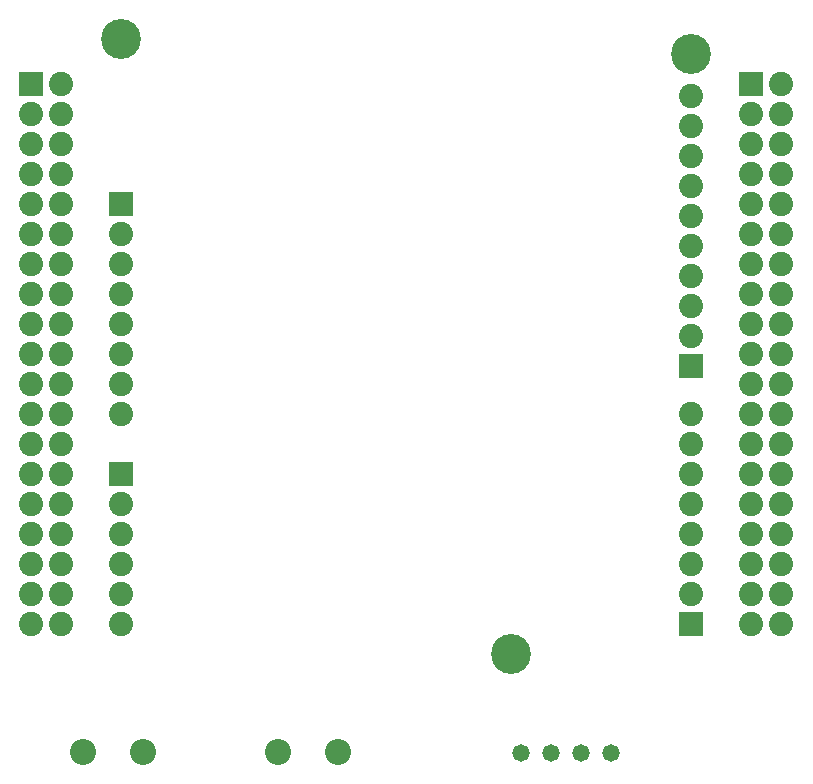
<source format=gbs>
G04 EAGLE Gerber RS-274X export*
G75*
%MOMM*%
%FSLAX34Y34*%
%LPD*%
%INSoldermask Bottom*%
%IPPOS*%
%AMOC8*
5,1,8,0,0,1.08239X$1,22.5*%
G01*
%ADD10R,2.053200X2.053200*%
%ADD11C,2.053200*%
%ADD12C,3.378200*%
%ADD13C,1.473200*%
%ADD14C,2.203200*%


D10*
X111240Y350440D03*
D11*
X111240Y325040D03*
X111240Y299640D03*
X111240Y274240D03*
X111240Y248840D03*
X111240Y223440D03*
D10*
X111240Y579040D03*
D11*
X111240Y553640D03*
X111240Y528240D03*
X111240Y502840D03*
X111240Y477440D03*
X111240Y452040D03*
X111240Y426640D03*
X111240Y401240D03*
D10*
X35040Y680640D03*
D11*
X60440Y680640D03*
X35040Y655240D03*
X60440Y655240D03*
X35040Y629840D03*
X60440Y629840D03*
X35040Y604440D03*
X60440Y604440D03*
X35040Y579040D03*
X60440Y579040D03*
X35040Y553640D03*
X60440Y553640D03*
X35040Y528240D03*
X60440Y528240D03*
X35040Y502840D03*
X60440Y502840D03*
X35040Y477440D03*
X60440Y477440D03*
X35040Y452040D03*
X60440Y452040D03*
X35040Y426640D03*
X60440Y426640D03*
X35040Y401240D03*
X60440Y401240D03*
X35040Y375840D03*
X60440Y375840D03*
X35040Y350440D03*
X60440Y350440D03*
X35040Y325040D03*
X60440Y325040D03*
X35040Y299640D03*
X60440Y299640D03*
X35040Y274240D03*
X60440Y274240D03*
X35040Y248840D03*
X60440Y248840D03*
X35040Y223440D03*
X60440Y223440D03*
D10*
X593840Y441880D03*
D11*
X593840Y467280D03*
X593840Y492680D03*
X593840Y518080D03*
X593840Y543480D03*
X593840Y568880D03*
X593840Y594280D03*
X593840Y619680D03*
X593840Y645080D03*
X593840Y670480D03*
X593840Y274240D03*
X593840Y299640D03*
X593840Y325040D03*
X593840Y350440D03*
X593840Y375840D03*
X593840Y401240D03*
D10*
X593840Y223440D03*
D11*
X593840Y248840D03*
D10*
X644640Y680390D03*
D11*
X670040Y680390D03*
X644640Y654990D03*
X670040Y654990D03*
X644640Y629590D03*
X670040Y629590D03*
X644640Y604190D03*
X670040Y604190D03*
X644640Y578790D03*
X670040Y578790D03*
X644640Y553390D03*
X670040Y553390D03*
X644640Y527990D03*
X670040Y527990D03*
X644640Y502590D03*
X670040Y502590D03*
X644640Y477190D03*
X670040Y477190D03*
X644640Y451790D03*
X670040Y451790D03*
X644640Y426390D03*
X670040Y426390D03*
X644640Y400990D03*
X670040Y400990D03*
X644640Y375590D03*
X670040Y375590D03*
X644640Y350190D03*
X670040Y350190D03*
X644640Y324790D03*
X670040Y324790D03*
X644640Y299390D03*
X670040Y299390D03*
X644640Y273990D03*
X670040Y273990D03*
X644640Y248590D03*
X670040Y248590D03*
X644640Y223190D03*
X670040Y223190D03*
D12*
X593840Y706040D03*
X111240Y718740D03*
X441440Y198040D03*
D13*
X449580Y114300D03*
X474980Y114300D03*
X500380Y114300D03*
X525780Y114300D03*
D14*
X243629Y114550D03*
X294429Y114550D03*
X78529Y114550D03*
X129329Y114550D03*
M02*

</source>
